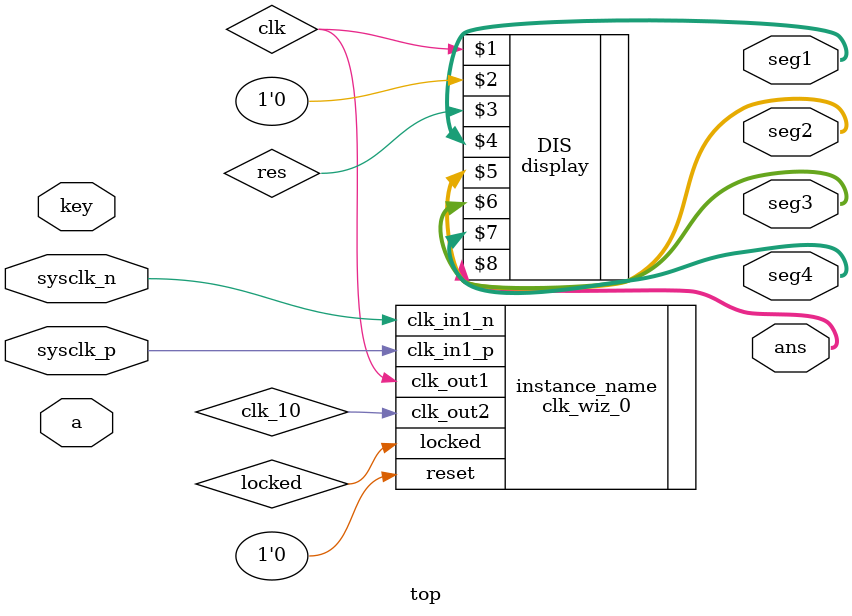
<source format=sv>
`timescale 1ns / 1ns






module top (
    input logic sysclk_p,
    input logic sysclk_n,
    input logic [31:0] a,
    input logic key,
    //output logic [1:0]led,
    output logic [6:0] seg1,
    output logic [6:0] seg2,
    output logic [6:0] seg3,
    output logic [6:0] seg4,
    output logic [7:0] ans
);
  logic ram_data_o_1, ram_data_o_2, ram_data_o_3, ram_data_o_4;
  logic [3:0] ram_ce_sel;

  logic clk;
  logic clk_10;
  logic locked;

  clk_wiz_0 instance_name (
      // Clock out ports
      .clk_out1(clk),     // output clk_out1
      .clk_out2(clk_10),
      .locked(locked),
      // Status and control signals
      .reset(1'b0), // input reset
      // Clock in ports
      .clk_in1_p(sysclk_p),    // input clk_in1_p
      .clk_in1_n(sysclk_n)
  );  // input clk_in1_n




  display DIS (
      clk,
      1'b0,
      res,
      seg1,
      seg2,
      seg3,
      seg4,
      ans
  );

endmodule

</source>
